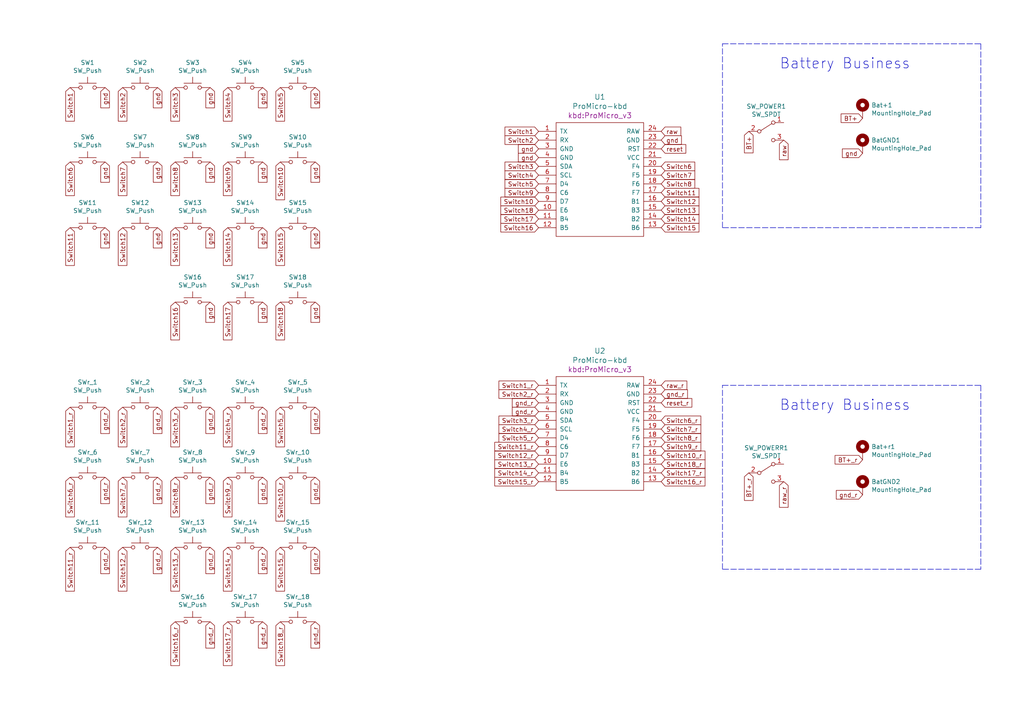
<source format=kicad_sch>
(kicad_sch (version 20211123) (generator eeschema)
  (paper "A4")
  (lib_symbols
    (symbol "Mechanical:MountingHole_Pad" (pin_numbers hide) (pin_names (offset 1.016) hide)
      (property "Reference" "H" (at 0 6.35 0))
      (property "Value" "MountingHole_Pad" (at 0 4.445 0))
      (symbol "MountingHole_Pad_0_1"
        (circle (center 0 1.27) (radius 1.27) (stroke (width 1.27)))
      )
      (symbol "MountingHole_Pad_1_1"
        (pin input line (at 0 -2.54 90) (length 2.54) (name "1") (number "1"))
      )
    )
    (symbol "Switch:SW_Push" (pin_numbers hide) (pin_names (offset 1.016) hide)
      (property "Reference" "SW" (at 1.27 2.54 0))
      (property "Value" "SW_Push" (at 0 -1.524 0))
      (symbol "SW_Push_0_1"
        (circle (center -2.032 0) (radius 0.508))
        (polyline (pts (xy 0 1.27) (xy 0 3.048)))
        (polyline (pts (xy 2.54 1.27) (xy -2.54 1.27)))
        (circle (center 2.032 0) (radius 0.508))
        (pin passive line (at -5.08 0 0) (length 2.54) (name "1") (number "1"))
        (pin passive line (at 5.08 0 180) (length 2.54) (name "2") (number "2"))
      )
    )
    (symbol "Switch:SW_SPDT" (pin_names (offset 0) hide)
      (property "Reference" "SW" (at 0 4.318 0))
      (property "Value" "SW_SPDT" (at 0 -5.08 0))
      (symbol "SW_SPDT_0_0"
        (circle (center -2.032 0) (radius 0.508))
        (circle (center 2.032 -2.54) (radius 0.508))
      )
      (symbol "SW_SPDT_0_1"
        (polyline (pts (xy -1.524 0.254) (xy 1.651 2.286)))
        (circle (center 2.032 2.54) (radius 0.508))
      )
      (symbol "SW_SPDT_1_1"
        (pin passive line (at 5.08 2.54 180) (length 2.54) (name "A") (number "1"))
        (pin passive line (at -5.08 0 0) (length 2.54) (name "B") (number "2"))
        (pin passive line (at 5.08 -2.54 180) (length 2.54) (name "C") (number "3"))
      )
    )
    (symbol "sweepv2-rescue:ProMicro-kbd-bigblackpill-34key-rescue" (pin_names (offset 1.016))
      (property "Reference" "U" (at 0 24.13 0))
      (property "Value" "ProMicro-kbd-bigblackpill-34key-rescue" (at 0 -13.97 0))
      (symbol "ProMicro-kbd-bigblackpill-34key-rescue_0_1"
        (rectangle (start -12.7 21.59) (end 12.7 -11.43))
      )
      (symbol "ProMicro-kbd-bigblackpill-34key-rescue_1_1"
        (pin bidirectional line (at -17.78 19.05 0) (length 5.08) (name "TX") (number "1"))
        (pin bidirectional line (at -17.78 -3.81 0) (length 5.08) (name "E6") (number "10"))
        (pin bidirectional line (at -17.78 -6.35 0) (length 5.08) (name "B4") (number "11"))
        (pin bidirectional line (at -17.78 -8.89 0) (length 5.08) (name "B5") (number "12"))
        (pin bidirectional line (at 17.78 -8.89 180) (length 5.08) (name "B6") (number "13"))
        (pin bidirectional line (at 17.78 -6.35 180) (length 5.08) (name "B2") (number "14"))
        (pin bidirectional line (at 17.78 -3.81 180) (length 5.08) (name "B3") (number "15"))
        (pin bidirectional line (at 17.78 -1.27 180) (length 5.08) (name "B1") (number "16"))
        (pin bidirectional line (at 17.78 1.27 180) (length 5.08) (name "F7") (number "17"))
        (pin bidirectional line (at 17.78 3.81 180) (length 5.08) (name "F6") (number "18"))
        (pin bidirectional line (at 17.78 6.35 180) (length 5.08) (name "F5") (number "19"))
        (pin bidirectional line (at -17.78 16.51 0) (length 5.08) (name "RX") (number "2"))
        (pin bidirectional line (at 17.78 8.89 180) (length 5.08) (name "F4") (number "20"))
        (pin power_in line (at 17.78 11.43 180) (length 5.08) (name "VCC") (number "21"))
        (pin input line (at 17.78 13.97 180) (length 5.08) (name "RST") (number "22"))
        (pin power_in line (at 17.78 16.51 180) (length 5.08) (name "GND") (number "23"))
        (pin power_out line (at 17.78 19.05 180) (length 5.08) (name "RAW") (number "24"))
        (pin power_in line (at -17.78 13.97 0) (length 5.08) (name "GND") (number "3"))
        (pin power_in line (at -17.78 11.43 0) (length 5.08) (name "GND") (number "4"))
        (pin bidirectional line (at -17.78 8.89 0) (length 5.08) (name "SDA") (number "5"))
        (pin bidirectional line (at -17.78 6.35 0) (length 5.08) (name "SCL") (number "6"))
        (pin bidirectional line (at -17.78 3.81 0) (length 5.08) (name "D4") (number "7"))
        (pin bidirectional line (at -17.78 1.27 0) (length 5.08) (name "C6") (number "8"))
        (pin bidirectional line (at -17.78 -1.27 0) (length 5.08) (name "D7") (number "9"))
      )
    )
  )
  (polyline (pts (xy 209.55 12.7) (xy 284.48 12.7)))
  (polyline (pts (xy 284.48 111.76) (xy 284.48 165.1)))
  (polyline (pts (xy 284.48 66.04) (xy 209.55 66.04)))
  (polyline (pts (xy 209.55 66.04) (xy 209.55 12.7)))
  (polyline (pts (xy 284.48 12.7) (xy 284.48 66.04)))
  (polyline (pts (xy 284.48 165.1) (xy 209.55 165.1)))
  (polyline (pts (xy 209.55 165.1) (xy 209.55 111.76)))
  (polyline (pts (xy 209.55 111.76) (xy 284.48 111.76)))
  (text "Battery Business" (at 226.06 20.32 0) (effects (font (size 2.9972 2.9972)) (justify left bottom)))
  (text "Battery Business" (at 226.06 119.38 0) (effects (font (size 2.9972 2.9972)) (justify left bottom)))
  (global_label "Switch13" (shape input) (at 50.8 66.04 270) (property "Intersheet References" "${INTERSHEET_REFS}" (effects hide)))
  (global_label "Switch6" (shape input) (at 191.77 48.26 0) (property "Intersheet References" "${INTERSHEET_REFS}" (effects hide)))
  (global_label "Switch18" (shape input) (at 81.28 87.63 270) (property "Intersheet References" "${INTERSHEET_REFS}" (effects hide)))
  (global_label "Switch1_r" (shape input) (at 20.32 118.11 270) (property "Intersheet References" "${INTERSHEET_REFS}" (effects hide)))
  (global_label "gnd" (shape input) (at 91.44 87.63 270) (property "Intersheet References" "${INTERSHEET_REFS}" (effects hide)))
  (global_label "Switch17" (shape input) (at 66.04 87.63 270) (property "Intersheet References" "${INTERSHEET_REFS}" (effects hide)))
  (global_label "gnd" (shape input) (at 45.72 46.99 270) (property "Intersheet References" "${INTERSHEET_REFS}" (effects hide)))
  (global_label "gnd" (shape input) (at 156.21 45.72 180) (property "Intersheet References" "${INTERSHEET_REFS}" (effects hide)))
  (global_label "reset" (shape input) (at 191.77 43.18 0) (property "Intersheet References" "${INTERSHEET_REFS}" (effects hide)))
  (global_label "Switch5_r" (shape input) (at 156.21 127 180) (property "Intersheet References" "${INTERSHEET_REFS}" (effects hide)))
  (global_label "raw_r" (shape input) (at 227.33 139.7 270) (property "Intersheet References" "${INTERSHEET_REFS}" (effects hide)))
  (global_label "Switch12" (shape input) (at 191.77 58.42 0) (property "Intersheet References" "${INTERSHEET_REFS}" (effects hide)))
  (global_label "gnd" (shape input) (at 30.48 46.99 270) (property "Intersheet References" "${INTERSHEET_REFS}" (effects hide)))
  (global_label "Switch6_r" (shape input) (at 191.77 121.92 0) (property "Intersheet References" "${INTERSHEET_REFS}" (effects hide)))
  (global_label "gnd_r" (shape input) (at 60.96 138.43 270) (property "Intersheet References" "${INTERSHEET_REFS}" (effects hide)))
  (global_label "gnd_r" (shape input) (at 91.44 180.34 270) (property "Intersheet References" "${INTERSHEET_REFS}" (effects hide)))
  (global_label "Switch12_r" (shape input) (at 156.21 132.08 180) (property "Intersheet References" "${INTERSHEET_REFS}" (effects hide)))
  (global_label "Switch10_r" (shape input) (at 81.28 138.43 270) (property "Intersheet References" "${INTERSHEET_REFS}" (effects hide)))
  (global_label "Switch12" (shape input) (at 35.56 66.04 270) (property "Intersheet References" "${INTERSHEET_REFS}" (effects hide)))
  (global_label "gnd" (shape input) (at 91.44 46.99 270) (property "Intersheet References" "${INTERSHEET_REFS}" (effects hide)))
  (global_label "gnd_r" (shape input) (at 60.96 158.75 270) (property "Intersheet References" "${INTERSHEET_REFS}" (effects hide)))
  (global_label "Switch13_r" (shape input) (at 50.8 158.75 270) (property "Intersheet References" "${INTERSHEET_REFS}" (effects hide)))
  (global_label "Switch1" (shape input) (at 156.21 38.1 180) (property "Intersheet References" "${INTERSHEET_REFS}" (effects hide)))
  (global_label "gnd" (shape input) (at 250.19 44.45 180) (property "Intersheet References" "${INTERSHEET_REFS}" (effects hide)))
  (global_label "Switch16_r" (shape input) (at 50.8 180.34 270) (property "Intersheet References" "${INTERSHEET_REFS}" (effects hide)))
  (global_label "Switch5" (shape input) (at 156.21 53.34 180) (property "Intersheet References" "${INTERSHEET_REFS}" (effects hide)))
  (global_label "Switch11_r" (shape input) (at 156.21 129.54 180) (property "Intersheet References" "${INTERSHEET_REFS}" (effects hide)))
  (global_label "gnd_r" (shape input) (at 45.72 118.11 270) (property "Intersheet References" "${INTERSHEET_REFS}" (effects hide)))
  (global_label "Switch5_r" (shape input) (at 81.28 118.11 270) (property "Intersheet References" "${INTERSHEET_REFS}" (effects hide)))
  (global_label "gnd" (shape input) (at 60.96 87.63 270) (property "Intersheet References" "${INTERSHEET_REFS}" (effects hide)))
  (global_label "Switch14_r" (shape input) (at 66.04 158.75 270) (property "Intersheet References" "${INTERSHEET_REFS}" (effects hide)))
  (global_label "Switch9_r" (shape input) (at 191.77 129.54 0) (property "Intersheet References" "${INTERSHEET_REFS}" (effects hide)))
  (global_label "Switch9_r" (shape input) (at 66.04 138.43 270) (property "Intersheet References" "${INTERSHEET_REFS}" (effects hide)))
  (global_label "Switch10" (shape input) (at 156.21 58.42 180) (property "Intersheet References" "${INTERSHEET_REFS}" (effects hide)))
  (global_label "gnd" (shape input) (at 91.44 66.04 270) (property "Intersheet References" "${INTERSHEET_REFS}" (effects hide)))
  (global_label "Switch11_r" (shape input) (at 20.32 158.75 270) (property "Intersheet References" "${INTERSHEET_REFS}" (effects hide)))
  (global_label "Switch9" (shape input) (at 156.21 55.88 180) (property "Intersheet References" "${INTERSHEET_REFS}" (effects hide)))
  (global_label "Switch8_r" (shape input) (at 191.77 127 0) (property "Intersheet References" "${INTERSHEET_REFS}" (effects hide)))
  (global_label "gnd_r" (shape input) (at 250.19 143.51 180) (property "Intersheet References" "${INTERSHEET_REFS}" (effects hide)))
  (global_label "Switch14_r" (shape input) (at 156.21 137.16 180) (property "Intersheet References" "${INTERSHEET_REFS}" (effects hide)))
  (global_label "gnd" (shape input) (at 30.48 66.04 270) (property "Intersheet References" "${INTERSHEET_REFS}" (effects hide)))
  (global_label "Switch17_r" (shape input) (at 191.77 137.16 0) (property "Intersheet References" "${INTERSHEET_REFS}" (effects hide)))
  (global_label "Switch15" (shape input) (at 191.77 66.04 0) (property "Intersheet References" "${INTERSHEET_REFS}" (effects hide)))
  (global_label "Switch4_r" (shape input) (at 156.21 124.46 180) (property "Intersheet References" "${INTERSHEET_REFS}" (effects hide)))
  (global_label "BT+_r" (shape input) (at 250.19 133.35 180) (property "Intersheet References" "${INTERSHEET_REFS}" (effects hide)))
  (global_label "gnd_r" (shape input) (at 91.44 158.75 270) (property "Intersheet References" "${INTERSHEET_REFS}" (effects hide)))
  (global_label "Switch10" (shape input) (at 81.28 46.99 270) (property "Intersheet References" "${INTERSHEET_REFS}" (effects hide)))
  (global_label "gnd_r" (shape input) (at 156.21 119.38 180) (property "Intersheet References" "${INTERSHEET_REFS}" (effects hide)))
  (global_label "gnd_r" (shape input) (at 76.2 180.34 270) (property "Intersheet References" "${INTERSHEET_REFS}" (effects hide)))
  (global_label "gnd" (shape input) (at 30.48 25.4 270) (property "Intersheet References" "${INTERSHEET_REFS}" (effects hide)))
  (global_label "gnd_r" (shape input) (at 191.77 114.3 0) (property "Intersheet References" "${INTERSHEET_REFS}" (effects hide)))
  (global_label "Switch9" (shape input) (at 66.04 46.99 270) (property "Intersheet References" "${INTERSHEET_REFS}" (effects hide)))
  (global_label "gnd_r" (shape input) (at 76.2 118.11 270) (property "Intersheet References" "${INTERSHEET_REFS}" (effects hide)))
  (global_label "Switch18" (shape input) (at 156.21 60.96 180) (property "Intersheet References" "${INTERSHEET_REFS}" (effects hide)))
  (global_label "raw_r" (shape input) (at 191.77 111.76 0) (property "Intersheet References" "${INTERSHEET_REFS}" (effects hide)))
  (global_label "gnd_r" (shape input) (at 76.2 138.43 270) (property "Intersheet References" "${INTERSHEET_REFS}" (effects hide)))
  (global_label "gnd" (shape input) (at 91.44 25.4 270) (property "Intersheet References" "${INTERSHEET_REFS}" (effects hide)))
  (global_label "Switch4_r" (shape input) (at 66.04 118.11 270) (property "Intersheet References" "${INTERSHEET_REFS}" (effects hide)))
  (global_label "gnd" (shape input) (at 45.72 66.04 270) (property "Intersheet References" "${INTERSHEET_REFS}" (effects hide)))
  (global_label "Switch15_r" (shape input) (at 156.21 139.7 180) (property "Intersheet References" "${INTERSHEET_REFS}" (effects hide)))
  (global_label "Switch3" (shape input) (at 50.8 25.4 270) (property "Intersheet References" "${INTERSHEET_REFS}" (effects hide)))
  (global_label "gnd" (shape input) (at 156.21 43.18 180) (property "Intersheet References" "${INTERSHEET_REFS}" (effects hide)))
  (global_label "raw" (shape input) (at 191.77 38.1 0) (property "Intersheet References" "${INTERSHEET_REFS}" (effects hide)))
  (global_label "Switch3" (shape input) (at 156.21 48.26 180) (property "Intersheet References" "${INTERSHEET_REFS}" (effects hide)))
  (global_label "BT+" (shape input) (at 250.19 34.29 180) (property "Intersheet References" "${INTERSHEET_REFS}" (effects hide)))
  (global_label "Switch2" (shape input) (at 35.56 25.4 270) (property "Intersheet References" "${INTERSHEET_REFS}" (effects hide)))
  (global_label "Switch7_r" (shape input) (at 191.77 124.46 0) (property "Intersheet References" "${INTERSHEET_REFS}" (effects hide)))
  (global_label "raw" (shape input) (at 227.33 40.64 270) (property "Intersheet References" "${INTERSHEET_REFS}" (effects hide)))
  (global_label "Switch4" (shape input) (at 66.04 25.4 270) (property "Intersheet References" "${INTERSHEET_REFS}" (effects hide)))
  (global_label "Switch6_r" (shape input) (at 20.32 138.43 270) (property "Intersheet References" "${INTERSHEET_REFS}" (effects hide)))
  (global_label "Switch3_r" (shape input) (at 50.8 118.11 270) (property "Intersheet References" "${INTERSHEET_REFS}" (effects hide)))
  (global_label "gnd_r" (shape input) (at 76.2 158.75 270) (property "Intersheet References" "${INTERSHEET_REFS}" (effects hide)))
  (global_label "Switch6" (shape input) (at 20.32 46.99 270) (property "Intersheet References" "${INTERSHEET_REFS}" (effects hide)))
  (global_label "BT+_r" (shape input) (at 217.17 137.16 270) (property "Intersheet References" "${INTERSHEET_REFS}" (effects hide)))
  (global_label "Switch7" (shape input) (at 35.56 46.99 270) (property "Intersheet References" "${INTERSHEET_REFS}" (effects hide)))
  (global_label "Switch14" (shape input) (at 66.04 66.04 270) (property "Intersheet References" "${INTERSHEET_REFS}" (effects hide)))
  (global_label "Switch16_r" (shape input) (at 191.77 139.7 0) (property "Intersheet References" "${INTERSHEET_REFS}" (effects hide)))
  (global_label "Switch15_r" (shape input) (at 81.28 158.75 270) (property "Intersheet References" "${INTERSHEET_REFS}" (effects hide)))
  (global_label "Switch11" (shape input) (at 20.32 66.04 270) (property "Intersheet References" "${INTERSHEET_REFS}" (effects hide)))
  (global_label "Switch8_r" (shape input) (at 50.8 138.43 270) (property "Intersheet References" "${INTERSHEET_REFS}" (effects hide)))
  (global_label "Switch2_r" (shape input) (at 35.56 118.11 270) (property "Intersheet References" "${INTERSHEET_REFS}" (effects hide)))
  (global_label "Switch2" (shape input) (at 156.21 40.64 180) (property "Intersheet References" "${INTERSHEET_REFS}" (effects hide)))
  (global_label "Switch17" (shape input) (at 156.21 63.5 180) (property "Intersheet References" "${INTERSHEET_REFS}" (effects hide)))
  (global_label "gnd_r" (shape input) (at 60.96 118.11 270) (property "Intersheet References" "${INTERSHEET_REFS}" (effects hide)))
  (global_label "gnd" (shape input) (at 191.77 40.64 0) (property "Intersheet References" "${INTERSHEET_REFS}" (effects hide)))
  (global_label "gnd_r" (shape input) (at 156.21 116.84 180) (property "Intersheet References" "${INTERSHEET_REFS}" (effects hide)))
  (global_label "Switch16" (shape input) (at 50.8 87.63 270) (property "Intersheet References" "${INTERSHEET_REFS}" (effects hide)))
  (global_label "Switch12_r" (shape input) (at 35.56 158.75 270) (property "Intersheet References" "${INTERSHEET_REFS}" (effects hide)))
  (global_label "Switch13" (shape input) (at 191.77 60.96 0) (property "Intersheet References" "${INTERSHEET_REFS}" (effects hide)))
  (global_label "Switch10_r" (shape input) (at 191.77 132.08 0) (property "Intersheet References" "${INTERSHEET_REFS}" (effects hide)))
  (global_label "Switch14" (shape input) (at 191.77 63.5 0) (property "Intersheet References" "${INTERSHEET_REFS}" (effects hide)))
  (global_label "gnd" (shape input) (at 76.2 66.04 270) (property "Intersheet References" "${INTERSHEET_REFS}" (effects hide)))
  (global_label "Switch16" (shape input) (at 156.21 66.04 180) (property "Intersheet References" "${INTERSHEET_REFS}" (effects hide)))
  (global_label "gnd" (shape input) (at 76.2 25.4 270) (property "Intersheet References" "${INTERSHEET_REFS}" (effects hide)))
  (global_label "Switch2_r" (shape input) (at 156.21 114.3 180) (property "Intersheet References" "${INTERSHEET_REFS}" (effects hide)))
  (global_label "gnd_r" (shape input) (at 60.96 180.34 270) (property "Intersheet References" "${INTERSHEET_REFS}" (effects hide)))
  (global_label "Switch11" (shape input) (at 191.77 55.88 0) (property "Intersheet References" "${INTERSHEET_REFS}" (effects hide)))
  (global_label "gnd" (shape input) (at 76.2 87.63 270) (property "Intersheet References" "${INTERSHEET_REFS}" (effects hide)))
  (global_label "gnd" (shape input) (at 76.2 46.99 270) (property "Intersheet References" "${INTERSHEET_REFS}" (effects hide)))
  (global_label "Switch18_r" (shape input) (at 81.28 180.34 270) (property "Intersheet References" "${INTERSHEET_REFS}" (effects hide)))
  (global_label "Switch1_r" (shape input) (at 156.21 111.76 180) (property "Intersheet References" "${INTERSHEET_REFS}" (effects hide)))
  (global_label "gnd_r" (shape input) (at 30.48 158.75 270) (property "Intersheet References" "${INTERSHEET_REFS}" (effects hide)))
  (global_label "gnd" (shape input) (at 60.96 66.04 270) (property "Intersheet References" "${INTERSHEET_REFS}" (effects hide)))
  (global_label "gnd" (shape input) (at 60.96 25.4 270) (property "Intersheet References" "${INTERSHEET_REFS}" (effects hide)))
  (global_label "gnd" (shape input) (at 45.72 25.4 270) (property "Intersheet References" "${INTERSHEET_REFS}" (effects hide)))
  (global_label "gnd_r" (shape input) (at 30.48 118.11 270) (property "Intersheet References" "${INTERSHEET_REFS}" (effects hide)))
  (global_label "Switch5" (shape input) (at 81.28 25.4 270) (property "Intersheet References" "${INTERSHEET_REFS}" (effects hide)))
  (global_label "BT+" (shape input) (at 217.17 38.1 270) (property "Intersheet References" "${INTERSHEET_REFS}" (effects hide)))
  (global_label "gnd_r" (shape input) (at 30.48 138.43 270) (property "Intersheet References" "${INTERSHEET_REFS}" (effects hide)))
  (global_label "Switch8" (shape input) (at 50.8 46.99 270) (property "Intersheet References" "${INTERSHEET_REFS}" (effects hide)))
  (global_label "gnd" (shape input) (at 60.96 46.99 270) (property "Intersheet References" "${INTERSHEET_REFS}" (effects hide)))
  (global_label "Switch1" (shape input) (at 20.32 25.4 270) (property "Intersheet References" "${INTERSHEET_REFS}" (effects hide)))
  (global_label "Switch13_r" (shape input) (at 156.21 134.62 180) (property "Intersheet References" "${INTERSHEET_REFS}" (effects hide)))
  (global_label "gnd_r" (shape input) (at 91.44 118.11 270) (property "Intersheet References" "${INTERSHEET_REFS}" (effects hide)))
  (global_label "Switch3_r" (shape input) (at 156.21 121.92 180) (property "Intersheet References" "${INTERSHEET_REFS}" (effects hide)))
  (global_label "reset_r" (shape input) (at 191.77 116.84 0) (property "Intersheet References" "${INTERSHEET_REFS}" (effects hide)))
  (global_label "Switch4" (shape input) (at 156.21 50.8 180) (property "Intersheet References" "${INTERSHEET_REFS}" (effects hide)))
  (global_label "gnd_r" (shape input) (at 91.44 138.43 270) (property "Intersheet References" "${INTERSHEET_REFS}" (effects hide)))
  (global_label "Switch17_r" (shape input) (at 66.04 180.34 270) (property "Intersheet References" "${INTERSHEET_REFS}" (effects hide)))
  (global_label "Switch18_r" (shape input) (at 191.77 134.62 0) (property "Intersheet References" "${INTERSHEET_REFS}" (effects hide)))
  (global_label "Switch15" (shape input) (at 81.28 66.04 270) (property "Intersheet References" "${INTERSHEET_REFS}" (effects hide)))
  (global_label "gnd_r" (shape input) (at 45.72 158.75 270) (property "Intersheet References" "${INTERSHEET_REFS}" (effects hide)))
  (global_label "Switch7" (shape input) (at 191.77 50.8 0) (property "Intersheet References" "${INTERSHEET_REFS}" (effects hide)))
  (global_label "gnd_r" (shape input) (at 45.72 138.43 270) (property "Intersheet References" "${INTERSHEET_REFS}" (effects hide)))
  (global_label "Switch8" (shape input) (at 191.77 53.34 0) (property "Intersheet References" "${INTERSHEET_REFS}" (effects hide)))
  (global_label "Switch7_r" (shape input) (at 35.56 138.43 270) (property "Intersheet References" "${INTERSHEET_REFS}" (effects hide)))
  (symbol (lib_id "Switch:SW_Push") (at 25.4 46.99 0) (unit 1)
    (property "Reference" "SW6" (at 25.4 39.751 0))
    (property "Value" "SW_Push" (at 25.4 42.0624 0))
    (property "Footprint" "keyswitches:Khail_SW_sweep" (effects hide))
  )
  (symbol (lib_id "Switch:SW_Push") (at 55.88 66.04 0) (unit 1)
    (property "Reference" "SW13" (at 55.88 58.801 0))
    (property "Value" "SW_Push" (at 55.88 61.1124 0))
    (property "Footprint" "keyswitches:Khail_SW_sweep" (effects hide))
  )
  (symbol (lib_id "Switch:SW_Push") (at 86.36 158.75 0) (unit 1)
    (property "Reference" "SWr_15" (at 86.36 151.511 0))
    (property "Value" "SW_Push" (at 86.36 153.8224 0))
    (property "Footprint" "keyswitches:Khail_SW_sweep" (effects hide))
  )
  (symbol (lib_id "Switch:SW_Push") (at 86.36 25.4 0) (unit 1)
    (property "Reference" "SW5" (at 86.36 18.161 0))
    (property "Value" "SW_Push" (at 86.36 20.4724 0))
    (property "Footprint" "keyswitches:Khail_SW_sweep" (effects hide))
  )
  (symbol (lib_id "Mechanical:MountingHole_Pad") (at 250.19 31.75 0) (unit 1)
    (property "Reference" "Bat+1" (at 252.73 30.5054 0) (effects (justify left)))
    (property "Value" "MountingHole_Pad" (at 252.73 32.8168 0) (effects (justify left)))
    (property "Footprint" "kbd:1pin_conn" (effects hide))
  )
  (symbol (lib_id "Switch:SW_Push") (at 86.36 87.63 0) (unit 1)
    (property "Reference" "SW18" (at 86.36 80.391 0))
    (property "Value" "SW_Push" (at 86.36 82.7024 0))
    (property "Footprint" "keyswitches:Khail_SW_sweep" (effects hide))
  )
  (symbol (lib_id "Switch:SW_Push") (at 55.88 158.75 0) (unit 1)
    (property "Reference" "SWr_13" (at 55.88 151.511 0))
    (property "Value" "SW_Push" (at 55.88 153.8224 0))
    (property "Footprint" "keyswitches:Khail_SW_sweep" (effects hide))
  )
  (symbol (lib_id "Switch:SW_Push") (at 71.12 25.4 0) (unit 1)
    (property "Reference" "SW4" (at 71.12 18.161 0))
    (property "Value" "SW_Push" (at 71.12 20.4724 0))
    (property "Footprint" "keyswitches:Khail_SW_sweep" (effects hide))
  )
  (symbol (lib_id "Switch:SW_Push") (at 86.36 46.99 0) (unit 1)
    (property "Reference" "SW10" (at 86.36 39.751 0))
    (property "Value" "SW_Push" (at 86.36 42.0624 0))
    (property "Footprint" "keyswitches:Khail_SW_sweep" (effects hide))
  )
  (symbol (lib_id "Switch:SW_Push") (at 55.88 180.34 0) (unit 1)
    (property "Reference" "SWr_16" (at 55.88 173.101 0))
    (property "Value" "SW_Push" (at 55.88 175.4124 0))
    (property "Footprint" "keyswitches:Khail_SW_sweep" (effects hide))
  )
  (symbol (lib_id "Switch:SW_SPDT") (at 222.25 137.16 0) (unit 1)
    (property "Reference" "SW_POWERR1" (at 222.25 129.921 0))
    (property "Value" "SW_SPDT" (at 222.25 132.2324 0))
    (property "Footprint" "keyswitches:SW_SPDT" (effects hide))
  )
  (symbol (lib_id "Switch:SW_Push") (at 55.88 25.4 0) (unit 1)
    (property "Reference" "SW3" (at 55.88 18.161 0))
    (property "Value" "SW_Push" (at 55.88 20.4724 0))
    (property "Footprint" "keyswitches:Khail_SW_sweep" (effects hide))
  )
  (symbol (lib_id "Switch:SW_Push") (at 40.64 118.11 0) (unit 1)
    (property "Reference" "SWr_2" (at 40.64 110.871 0))
    (property "Value" "SW_Push" (at 40.64 113.1824 0))
    (property "Footprint" "keyswitches:Khail_SW_sweep" (effects hide))
  )
  (symbol (lib_id "Mechanical:MountingHole_Pad") (at 250.19 41.91 0) (unit 1)
    (property "Reference" "BatGND1" (at 252.73 40.6654 0) (effects (justify left)))
    (property "Value" "MountingHole_Pad" (at 252.73 42.9768 0) (effects (justify left)))
    (property "Footprint" "kbd:1pin_conn" (effects hide))
  )
  (symbol (lib_id "Switch:SW_Push") (at 71.12 180.34 0) (unit 1)
    (property "Reference" "SWr_17" (at 71.12 173.101 0))
    (property "Value" "SW_Push" (at 71.12 175.4124 0))
    (property "Footprint" "keyswitches:Khail_SW_sweep" (effects hide))
  )
  (symbol (lib_id "Switch:SW_Push") (at 71.12 118.11 0) (unit 1)
    (property "Reference" "SWr_4" (at 71.12 110.871 0))
    (property "Value" "SW_Push" (at 71.12 113.1824 0))
    (property "Footprint" "keyswitches:Khail_SW_sweep" (effects hide))
  )
  (symbol (lib_id "Mechanical:MountingHole_Pad") (at 250.19 130.81 0) (unit 1)
    (property "Reference" "Bat+r1" (at 252.73 129.5654 0) (effects (justify left)))
    (property "Value" "MountingHole_Pad" (at 252.73 131.8768 0) (effects (justify left)))
    (property "Footprint" "kbd:1pin_conn" (effects hide))
  )
  (symbol (lib_id "Switch:SW_Push") (at 71.12 66.04 0) (unit 1)
    (property "Reference" "SW14" (at 71.12 58.801 0))
    (property "Value" "SW_Push" (at 71.12 61.1124 0))
    (property "Footprint" "keyswitches:Khail_SW_sweep" (effects hide))
  )
  (symbol (lib_id "Switch:SW_Push") (at 40.64 138.43 0) (unit 1)
    (property "Reference" "SWr_7" (at 40.64 131.191 0))
    (property "Value" "SW_Push" (at 40.64 133.5024 0))
    (property "Footprint" "keyswitches:Khail_SW_sweep" (effects hide))
  )
  (symbol (lib_id "Switch:SW_Push") (at 25.4 66.04 0) (unit 1)
    (property "Reference" "SW11" (at 25.4 58.801 0))
    (property "Value" "SW_Push" (at 25.4 61.1124 0))
    (property "Footprint" "keyswitches:Khail_SW_sweep" (effects hide))
  )
  (symbol (lib_id "Switch:SW_Push") (at 25.4 118.11 0) (unit 1)
    (property "Reference" "SWr_1" (at 25.4 110.871 0))
    (property "Value" "SW_Push" (at 25.4 113.1824 0))
    (property "Footprint" "keyswitches:Khail_SW_sweep" (effects hide))
  )
  (symbol (lib_id "sweepv2-rescue:ProMicro-kbd-bigblackpill-34key-rescue") (at 173.99 130.81 0) (unit 1)
    (property "Reference" "U2" (at 173.99 101.7778 0) (effects (font (size 1.524 1.524))))
    (property "Value" "ProMicro-kbd" (at 173.99 104.4702 0) (effects (font (size 1.524 1.524))))
    (property "Footprint" "kbd:ProMicro_v3" (at 173.99 107.1626 0) (effects (font (size 1.524 1.524))))
  )
  (symbol (lib_id "Mechanical:MountingHole_Pad") (at 250.19 140.97 0) (unit 1)
    (property "Reference" "BatGND2" (at 252.73 139.7254 0) (effects (justify left)))
    (property "Value" "MountingHole_Pad" (at 252.73 142.0368 0) (effects (justify left)))
    (property "Footprint" "kbd:1pin_conn" (effects hide))
  )
  (symbol (lib_id "Switch:SW_Push") (at 71.12 87.63 0) (unit 1)
    (property "Reference" "SW17" (at 71.12 80.391 0))
    (property "Value" "SW_Push" (at 71.12 82.7024 0))
    (property "Footprint" "keyswitches:Khail_SW_sweep" (effects hide))
  )
  (symbol (lib_id "Switch:SW_Push") (at 55.88 118.11 0) (unit 1)
    (property "Reference" "SWr_3" (at 55.88 110.871 0))
    (property "Value" "SW_Push" (at 55.88 113.1824 0))
    (property "Footprint" "keyswitches:Khail_SW_sweep" (effects hide))
  )
  (symbol (lib_id "Switch:SW_Push") (at 40.64 25.4 0) (unit 1)
    (property "Reference" "SW2" (at 40.64 18.161 0))
    (property "Value" "SW_Push" (at 40.64 20.4724 0))
    (property "Footprint" "keyswitches:Khail_SW_sweep" (effects hide))
  )
  (symbol (lib_id "Switch:SW_Push") (at 86.36 118.11 0) (unit 1)
    (property "Reference" "SWr_5" (at 86.36 110.871 0))
    (property "Value" "SW_Push" (at 86.36 113.1824 0))
    (property "Footprint" "keyswitches:Khail_SW_sweep" (effects hide))
  )
  (symbol (lib_id "Switch:SW_Push") (at 40.64 158.75 0) (unit 1)
    (property "Reference" "SWr_12" (at 40.64 151.511 0))
    (property "Value" "SW_Push" (at 40.64 153.8224 0))
    (property "Footprint" "keyswitches:Khail_SW_sweep" (effects hide))
  )
  (symbol (lib_id "Switch:SW_Push") (at 40.64 46.99 0) (unit 1)
    (property "Reference" "SW7" (at 40.64 39.751 0))
    (property "Value" "SW_Push" (at 40.64 42.0624 0))
    (property "Footprint" "keyswitches:Khail_SW_sweep" (effects hide))
  )
  (symbol (lib_id "Switch:SW_Push") (at 25.4 138.43 0) (unit 1)
    (property "Reference" "SWr_6" (at 25.4 131.191 0))
    (property "Value" "SW_Push" (at 25.4 133.5024 0))
    (property "Footprint" "keyswitches:Khail_SW_sweep" (effects hide))
  )
  (symbol (lib_id "Switch:SW_Push") (at 71.12 138.43 0) (unit 1)
    (property "Reference" "SWr_9" (at 71.12 131.191 0))
    (property "Value" "SW_Push" (at 71.12 133.5024 0))
    (property "Footprint" "keyswitches:Khail_SW_sweep" (effects hide))
  )
  (symbol (lib_id "Switch:SW_Push") (at 71.12 158.75 0) (unit 1)
    (property "Reference" "SWr_14" (at 71.12 151.511 0))
    (property "Value" "SW_Push" (at 71.12 153.8224 0))
    (property "Footprint" "keyswitches:Khail_SW_sweep" (effects hide))
  )
  (symbol (lib_id "Switch:SW_Push") (at 86.36 138.43 0) (unit 1)
    (property "Reference" "SWr_10" (at 86.36 131.191 0))
    (property "Value" "SW_Push" (at 86.36 133.5024 0))
    (property "Footprint" "keyswitches:Khail_SW_sweep" (effects hide))
  )
  (symbol (lib_id "sweepv2-rescue:ProMicro-kbd-bigblackpill-34key-rescue") (at 173.99 57.15 0) (unit 1)
    (property "Reference" "U1" (at 173.99 28.1178 0) (effects (font (size 1.524 1.524))))
    (property "Value" "ProMicro-kbd" (at 173.99 30.8102 0) (effects (font (size 1.524 1.524))))
    (property "Footprint" "kbd:ProMicro_v3" (at 173.99 33.5026 0) (effects (font (size 1.524 1.524))))
  )
  (symbol (lib_id "Switch:SW_Push") (at 40.64 66.04 0) (unit 1)
    (property "Reference" "SW12" (at 40.64 58.801 0))
    (property "Value" "SW_Push" (at 40.64 61.1124 0))
    (property "Footprint" "keyswitches:Khail_SW_sweep" (effects hide))
  )
  (symbol (lib_id "Switch:SW_Push") (at 25.4 25.4 0) (unit 1)
    (property "Reference" "SW1" (at 25.4 18.161 0))
    (property "Value" "SW_Push" (at 25.4 20.4724 0))
    (property "Footprint" "keyswitches:Khail_SW_sweep" (effects hide))
  )
  (symbol (lib_id "Switch:SW_Push") (at 25.4 158.75 0) (unit 1)
    (property "Reference" "SWr_11" (at 25.4 151.511 0))
    (property "Value" "SW_Push" (at 25.4 153.8224 0))
    (property "Footprint" "keyswitches:Khail_SW_sweep" (effects hide))
  )
  (symbol (lib_id "Switch:SW_Push") (at 86.36 180.34 0) (unit 1)
    (property "Reference" "SWr_18" (at 86.36 173.101 0))
    (property "Value" "SW_Push" (at 86.36 175.4124 0))
    (property "Footprint" "keyswitches:Khail_SW_sweep" (effects hide))
  )
  (symbol (lib_id "Switch:SW_Push") (at 86.36 66.04 0) (unit 1)
    (property "Reference" "SW15" (at 86.36 58.801 0))
    (property "Value" "SW_Push" (at 86.36 61.1124 0))
    (property "Footprint" "keyswitches:Khail_SW_sweep" (effects hide))
  )
  (symbol (lib_id "Switch:SW_Push") (at 71.12 46.99 0) (unit 1)
    (property "Reference" "SW9" (at 71.12 39.751 0))
    (property "Value" "SW_Push" (at 71.12 42.0624 0))
    (property "Footprint" "keyswitches:Khail_SW_sweep" (effects hide))
  )
  (symbol (lib_id "Switch:SW_Push") (at 55.88 87.63 0) (unit 1)
    (property "Reference" "SW16" (at 55.88 80.391 0))
    (property "Value" "SW_Push" (at 55.88 82.7024 0))
    (property "Footprint" "keyswitches:Khail_SW_sweep" (effects hide))
  )
  (symbol (lib_id "Switch:SW_Push") (at 55.88 138.43 0) (unit 1)
    (property "Reference" "SWr_8" (at 55.88 131.191 0))
    (property "Value" "SW_Push" (at 55.88 133.5024 0))
    (property "Footprint" "keyswitches:Khail_SW_sweep" (effects hide))
  )
  (symbol (lib_id "Switch:SW_Push") (at 55.88 46.99 0) (unit 1)
    (property "Reference" "SW8" (at 55.88 39.751 0))
    (property "Value" "SW_Push" (at 55.88 42.0624 0))
    (property "Footprint" "keyswitches:Khail_SW_sweep" (effects hide))
  )
  (symbol (lib_id "Switch:SW_SPDT") (at 222.25 38.1 0) (unit 1)
    (property "Reference" "SW_POWER1" (at 222.25 30.861 0))
    (property "Value" "SW_SPDT" (at 222.25 33.1724 0))
    (property "Footprint" "keyswitches:SW_SPDT" (effects hide))
  )
)
</source>
